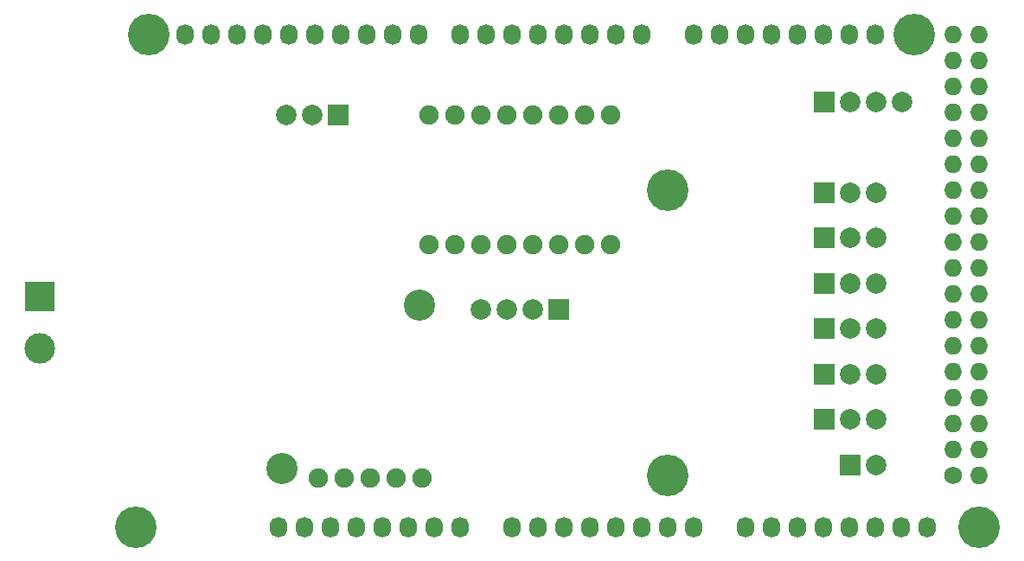
<source format=gts>
G04 #@! TF.FileFunction,Soldermask,Top*
%FSLAX46Y46*%
G04 Gerber Fmt 4.6, Leading zero omitted, Abs format (unit mm)*
G04 Created by KiCad (PCBNEW 4.0.7) date 03/21/18 16:14:39*
%MOMM*%
%LPD*%
G01*
G04 APERTURE LIST*
%ADD10C,0.100000*%
%ADD11C,1.727200*%
%ADD12O,1.727200X1.727200*%
%ADD13O,1.727200X2.032000*%
%ADD14C,4.064000*%
%ADD15R,2.000000X2.000000*%
%ADD16C,2.000000*%
%ADD17R,3.000000X3.000000*%
%ADD18C,3.000000*%
%ADD19C,1.905000*%
%ADD20C,3.048000*%
G04 APERTURE END LIST*
D10*
D11*
X197358000Y-114046000D03*
D12*
X199898000Y-114046000D03*
X197358000Y-111506000D03*
X199898000Y-111506000D03*
X197358000Y-108966000D03*
X199898000Y-108966000D03*
X197358000Y-106426000D03*
X199898000Y-106426000D03*
X197358000Y-103886000D03*
X199898000Y-103886000D03*
X197358000Y-101346000D03*
X199898000Y-101346000D03*
X197358000Y-98806000D03*
X199898000Y-98806000D03*
X197358000Y-96266000D03*
X199898000Y-96266000D03*
X197358000Y-93726000D03*
X199898000Y-93726000D03*
X197358000Y-91186000D03*
X199898000Y-91186000D03*
X197358000Y-88646000D03*
X199898000Y-88646000D03*
X197358000Y-86106000D03*
X199898000Y-86106000D03*
X197358000Y-83566000D03*
X199898000Y-83566000D03*
X197358000Y-81026000D03*
X199898000Y-81026000D03*
X197358000Y-78486000D03*
X199898000Y-78486000D03*
X197358000Y-75946000D03*
X199898000Y-75946000D03*
X197358000Y-73406000D03*
X199898000Y-73406000D03*
X197358000Y-70866000D03*
X199898000Y-70866000D03*
D13*
X131318000Y-119126000D03*
X133858000Y-119126000D03*
X136398000Y-119126000D03*
X138938000Y-119126000D03*
X141478000Y-119126000D03*
X144018000Y-119126000D03*
X146558000Y-119126000D03*
X149098000Y-119126000D03*
X154178000Y-119126000D03*
X156718000Y-119126000D03*
X159258000Y-119126000D03*
X161798000Y-119126000D03*
X164338000Y-119126000D03*
X166878000Y-119126000D03*
X169418000Y-119126000D03*
X171958000Y-119126000D03*
X177038000Y-119126000D03*
X179578000Y-119126000D03*
X182118000Y-119126000D03*
X184658000Y-119126000D03*
X187198000Y-119126000D03*
X189738000Y-119126000D03*
X192278000Y-119126000D03*
X194818000Y-119126000D03*
X122174000Y-70866000D03*
X124714000Y-70866000D03*
X127254000Y-70866000D03*
X129794000Y-70866000D03*
X132334000Y-70866000D03*
X134874000Y-70866000D03*
X137414000Y-70866000D03*
X139954000Y-70866000D03*
X142494000Y-70866000D03*
X145034000Y-70866000D03*
X149098000Y-70866000D03*
X151638000Y-70866000D03*
X154178000Y-70866000D03*
X156718000Y-70866000D03*
X159258000Y-70866000D03*
X161798000Y-70866000D03*
X164338000Y-70866000D03*
X166878000Y-70866000D03*
X171958000Y-70866000D03*
X174498000Y-70866000D03*
X177038000Y-70866000D03*
X179578000Y-70866000D03*
X182118000Y-70866000D03*
X184658000Y-70866000D03*
X187198000Y-70866000D03*
X189738000Y-70866000D03*
D14*
X117348000Y-119126000D03*
X169418000Y-114046000D03*
X199898000Y-119126000D03*
X118618000Y-70866000D03*
X169418000Y-86106000D03*
X193548000Y-70866000D03*
D15*
X184785000Y-108585000D03*
D16*
X187325000Y-108585000D03*
X189865000Y-108585000D03*
D15*
X184785000Y-104140000D03*
D16*
X187325000Y-104140000D03*
X189865000Y-104140000D03*
D15*
X184785000Y-99695000D03*
D16*
X187325000Y-99695000D03*
X189865000Y-99695000D03*
D15*
X184785000Y-95250000D03*
D16*
X187325000Y-95250000D03*
X189865000Y-95250000D03*
D15*
X184785000Y-90805000D03*
D16*
X187325000Y-90805000D03*
X189865000Y-90805000D03*
D15*
X184785000Y-86360000D03*
D16*
X187325000Y-86360000D03*
X189865000Y-86360000D03*
D15*
X137160000Y-78740000D03*
D16*
X134620000Y-78740000D03*
X132080000Y-78740000D03*
D15*
X158750000Y-97790000D03*
D16*
X156210000Y-97790000D03*
X153670000Y-97790000D03*
X151130000Y-97790000D03*
D15*
X184785000Y-77470000D03*
D16*
X187325000Y-77470000D03*
X189865000Y-77470000D03*
X192405000Y-77470000D03*
D17*
X107950000Y-96520000D03*
D18*
X107950000Y-101600000D03*
D15*
X187325000Y-113030000D03*
D16*
X189865000Y-113030000D03*
D19*
X163830000Y-91440000D03*
X163830000Y-78740000D03*
X161290000Y-91440000D03*
X161290000Y-78740000D03*
X158750000Y-91440000D03*
X158750000Y-78740000D03*
X156210000Y-91440000D03*
X156210000Y-78740000D03*
X153670000Y-91440000D03*
X153670000Y-78740000D03*
X151130000Y-91440000D03*
X151130000Y-78740000D03*
X148590000Y-91440000D03*
X148590000Y-78740000D03*
X146050000Y-91440000D03*
X146050000Y-78740000D03*
X135255000Y-114300000D03*
X137795000Y-114300000D03*
X140335000Y-114300000D03*
X142875000Y-114300000D03*
X145415000Y-114300000D03*
D20*
X131699000Y-113411000D03*
X145161000Y-97409000D03*
M02*

</source>
